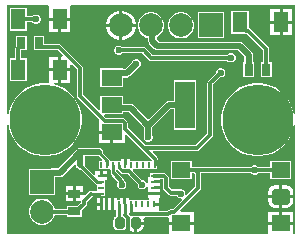
<source format=gtl>
G04*
G04 #@! TF.GenerationSoftware,Altium Limited,Altium Designer,24.2.2 (26)*
G04*
G04 Layer_Physical_Order=1*
G04 Layer_Color=255*
%FSLAX44Y44*%
%MOMM*%
G71*
G04*
G04 #@! TF.SameCoordinates,5AD87415-A6A8-440C-A617-3F2BA8D8D6EF*
G04*
G04*
G04 #@! TF.FilePolarity,Positive*
G04*
G01*
G75*
%ADD10C,0.2500*%
%ADD31R,1.7000X4.0000*%
%ADD32R,1.7000X1.4000*%
%ADD33R,0.4750X0.2500*%
%ADD34R,0.2500X0.4750*%
%ADD35R,1.6000X1.4000*%
G04:AMPARAMS|DCode=36|XSize=1.6mm|YSize=1.4mm|CornerRadius=0.35mm|HoleSize=0mm|Usage=FLASHONLY|Rotation=0.000|XOffset=0mm|YOffset=0mm|HoleType=Round|Shape=RoundedRectangle|*
%AMROUNDEDRECTD36*
21,1,1.6000,0.7000,0,0,0.0*
21,1,0.9000,1.4000,0,0,0.0*
1,1,0.7000,0.4500,-0.3500*
1,1,0.7000,-0.4500,-0.3500*
1,1,0.7000,-0.4500,0.3500*
1,1,0.7000,0.4500,0.3500*
%
%ADD36ROUNDEDRECTD36*%
%ADD37R,0.7000X1.0000*%
%ADD38R,1.0000X0.7000*%
%ADD39R,1.3000X1.7000*%
G04:AMPARAMS|DCode=40|XSize=0.95mm|YSize=0.85mm|CornerRadius=0.2125mm|HoleSize=0mm|Usage=FLASHONLY|Rotation=90.000|XOffset=0mm|YOffset=0mm|HoleType=Round|Shape=RoundedRectangle|*
%AMROUNDEDRECTD40*
21,1,0.9500,0.4250,0,0,90.0*
21,1,0.5250,0.8500,0,0,90.0*
1,1,0.4250,0.2125,0.2625*
1,1,0.4250,0.2125,-0.2625*
1,1,0.4250,-0.2125,-0.2625*
1,1,0.4250,-0.2125,0.2625*
%
%ADD40ROUNDEDRECTD40*%
%ADD41C,0.3000*%
%ADD42C,0.5000*%
%ADD43C,2.0000*%
%ADD44R,2.0000X2.0000*%
%ADD45R,2.0000X2.0000*%
%ADD46C,6.0000*%
%ADD47C,0.6000*%
G36*
X501941Y359615D02*
X500671Y359515D01*
X500237Y362259D01*
X498729Y366900D01*
X496514Y371247D01*
X493646Y375195D01*
X490195Y378646D01*
X486247Y381514D01*
X481900Y383729D01*
X477259Y385237D01*
X472440Y386000D01*
X467560D01*
X462741Y385237D01*
X458100Y383729D01*
X453753Y381514D01*
X449805Y378646D01*
X446354Y375195D01*
X443486Y371247D01*
X441271Y366900D01*
X439763Y362259D01*
X439000Y357440D01*
Y352560D01*
X439763Y347741D01*
X441271Y343100D01*
X443486Y338753D01*
X446354Y334805D01*
X449805Y331354D01*
X453753Y328486D01*
X458100Y326271D01*
X462741Y324763D01*
X467560Y324000D01*
X472440D01*
X477259Y324763D01*
X481900Y326271D01*
X486247Y328486D01*
X490195Y331354D01*
X493646Y334805D01*
X496514Y338753D01*
X498729Y343100D01*
X500237Y347741D01*
X500671Y350485D01*
X501941Y350385D01*
Y258059D01*
X500040D01*
Y266255D01*
X478960D01*
Y258059D01*
X416040D01*
Y266255D01*
X394960D01*
Y258059D01*
X258059D01*
Y350385D01*
X259329Y350485D01*
X259763Y347741D01*
X261271Y343100D01*
X263486Y338753D01*
X266355Y334805D01*
X269805Y331354D01*
X273752Y328486D01*
X278100Y326271D01*
X282741Y324763D01*
X287560Y324000D01*
X292440D01*
X297259Y324763D01*
X301900Y326271D01*
X306248Y328486D01*
X310195Y331354D01*
X313645Y334805D01*
X316514Y338753D01*
X318729Y343100D01*
X320237Y347741D01*
X321000Y352560D01*
Y357440D01*
X320237Y362259D01*
X318729Y366900D01*
X316514Y371247D01*
X313645Y375195D01*
X310195Y378646D01*
X306248Y381514D01*
X301900Y383729D01*
X297259Y385237D01*
X297509Y386460D01*
X301230D01*
Y396230D01*
X293460D01*
Y387124D01*
X292477Y386041D01*
X292381Y386000D01*
X287560D01*
X282741Y385237D01*
X278100Y383729D01*
X273752Y381514D01*
X269805Y378646D01*
X266355Y375195D01*
X263486Y371247D01*
X261271Y366900D01*
X259763Y362259D01*
X259329Y359515D01*
X258059Y359615D01*
Y451941D01*
X292570D01*
X293460Y451040D01*
X293460Y450671D01*
Y441270D01*
X302500D01*
X311540D01*
Y450671D01*
X311540Y451040D01*
X312430Y451941D01*
X501941D01*
Y359615D01*
D02*
G37*
%LPC*%
G36*
X499040Y448540D02*
X491270D01*
Y438770D01*
X499040D01*
Y448540D01*
D02*
G37*
G36*
X488730D02*
X480960D01*
Y438770D01*
X488730D01*
Y448540D01*
D02*
G37*
G36*
X355851Y447366D02*
X355470D01*
Y436096D01*
X366740D01*
Y436477D01*
X365885Y439666D01*
X364235Y442526D01*
X361900Y444860D01*
X359040Y446511D01*
X355851Y447366D01*
D02*
G37*
G36*
X352930D02*
X352549D01*
X349360Y446511D01*
X346500Y444860D01*
X344165Y442526D01*
X342515Y439666D01*
X341660Y436477D01*
Y436096D01*
X352930D01*
Y447366D01*
D02*
G37*
G36*
X275000Y449500D02*
X260000D01*
Y430500D01*
X275000D01*
Y437451D01*
X279392D01*
X280234Y436609D01*
X281704Y436000D01*
X283296D01*
X284766Y436609D01*
X285891Y437734D01*
X286500Y439204D01*
Y440796D01*
X285891Y442266D01*
X284766Y443391D01*
X283296Y444000D01*
X281704D01*
X280234Y443391D01*
X279392Y442549D01*
X275000D01*
Y449500D01*
D02*
G37*
G36*
X311540Y438730D02*
X303770D01*
Y428960D01*
X311540D01*
Y438730D01*
D02*
G37*
G36*
X301230D02*
X293460D01*
Y428960D01*
X301230D01*
Y438730D01*
D02*
G37*
G36*
X499040Y436230D02*
X491270D01*
Y426460D01*
X499040D01*
Y436230D01*
D02*
G37*
G36*
X488730D02*
X480960D01*
Y426460D01*
X488730D01*
Y436230D01*
D02*
G37*
G36*
X441400Y445826D02*
X419400D01*
Y423826D01*
X441400D01*
Y445826D01*
D02*
G37*
G36*
X406448D02*
X403552D01*
X400754Y445076D01*
X398246Y443628D01*
X396198Y441580D01*
X394750Y439072D01*
X394000Y436274D01*
Y433378D01*
X394750Y430580D01*
X396198Y428072D01*
X398246Y426024D01*
X400754Y424576D01*
X403552Y423826D01*
X406448D01*
X409246Y424576D01*
X411754Y426024D01*
X413802Y428072D01*
X415250Y430580D01*
X416000Y433378D01*
Y436274D01*
X415250Y439072D01*
X413802Y441580D01*
X411754Y443628D01*
X409246Y445076D01*
X406448Y445826D01*
D02*
G37*
G36*
X366740Y433556D02*
X355470D01*
Y422286D01*
X355851D01*
X359040Y423141D01*
X361900Y424791D01*
X364235Y427126D01*
X365885Y429986D01*
X366740Y433175D01*
Y433556D01*
D02*
G37*
G36*
X352930D02*
X341660D01*
Y433175D01*
X342515Y429986D01*
X344165Y427126D01*
X346500Y424791D01*
X349360Y423141D01*
X352549Y422286D01*
X352930D01*
Y433556D01*
D02*
G37*
G36*
X353296Y417839D02*
X351704D01*
X350234Y417230D01*
X349109Y416105D01*
X348500Y414635D01*
Y413043D01*
X349109Y411573D01*
X350234Y410448D01*
X351704Y409839D01*
X353296D01*
X354766Y410448D01*
X355608Y411290D01*
X372605D01*
X378198Y405698D01*
X379025Y405145D01*
X380000Y404951D01*
X444392D01*
X445234Y404109D01*
X446704Y403500D01*
X448296D01*
X449766Y404109D01*
X450891Y405234D01*
X451500Y406704D01*
Y408296D01*
X450891Y409766D01*
X449766Y410891D01*
X448296Y411500D01*
X446704D01*
X445234Y410891D01*
X444392Y410049D01*
X381056D01*
X375463Y415641D01*
X374637Y416194D01*
X373661Y416388D01*
X355608D01*
X354766Y417230D01*
X353296Y417839D01*
D02*
G37*
G36*
X301230Y408540D02*
X293460D01*
Y398770D01*
X301230D01*
Y408540D01*
D02*
G37*
G36*
X368296Y406500D02*
X366704D01*
X365234Y405891D01*
X364109Y404766D01*
X363678Y403724D01*
X357775Y397822D01*
X356000D01*
Y398500D01*
X337000D01*
Y382500D01*
X356000D01*
Y390685D01*
X359253D01*
X360619Y390956D01*
X361777Y391730D01*
X368724Y398678D01*
X369766Y399109D01*
X370891Y400234D01*
X371500Y401704D01*
Y403296D01*
X370891Y404766D01*
X369766Y405891D01*
X368296Y406500D01*
D02*
G37*
G36*
X462500Y447000D02*
X447500D01*
Y428000D01*
X459754D01*
X460000Y427951D01*
X460944D01*
X474951Y413944D01*
Y403500D01*
X473000D01*
Y391500D01*
X482000D01*
Y403500D01*
X480049D01*
Y415000D01*
X479855Y415975D01*
X479302Y416802D01*
X463802Y432302D01*
X462976Y432855D01*
X462500Y432949D01*
Y447000D01*
D02*
G37*
G36*
X381048Y445826D02*
X378152D01*
X375354Y445076D01*
X372846Y443628D01*
X370798Y441580D01*
X369350Y439072D01*
X368600Y436274D01*
Y433378D01*
X369350Y430580D01*
X370798Y428072D01*
X372846Y426024D01*
X375354Y424576D01*
X377443Y424016D01*
Y421489D01*
X377714Y420123D01*
X378488Y418965D01*
X382477Y414977D01*
X383634Y414203D01*
X385000Y413931D01*
X453522D01*
X458931Y408522D01*
Y403500D01*
X458000D01*
Y391500D01*
X467000D01*
Y403500D01*
X466069D01*
Y410000D01*
X465797Y411366D01*
X465023Y412523D01*
X457523Y420023D01*
X456366Y420797D01*
X455000Y421069D01*
X386478D01*
X384580Y422967D01*
Y424999D01*
X386354Y426024D01*
X388402Y428072D01*
X389850Y430580D01*
X390600Y433378D01*
Y436274D01*
X389850Y439072D01*
X388402Y441580D01*
X386354Y443628D01*
X383846Y445076D01*
X381048Y445826D01*
D02*
G37*
G36*
X274500Y426000D02*
X265500D01*
Y417507D01*
X265145Y416976D01*
X264951Y416000D01*
Y407000D01*
X260000D01*
Y388000D01*
X275000D01*
Y407000D01*
X270049D01*
Y414000D01*
X274500D01*
Y426000D01*
D02*
G37*
G36*
X311540Y396230D02*
X303770D01*
Y386460D01*
X311540D01*
Y396230D01*
D02*
G37*
G36*
X345230Y343230D02*
X335460D01*
Y334960D01*
X345230D01*
Y343230D01*
D02*
G37*
G36*
X289500Y426000D02*
X280500D01*
Y414000D01*
X286754D01*
X287000Y413951D01*
X300980D01*
X305217Y409713D01*
X304731Y408540D01*
X303770D01*
Y398770D01*
X311540D01*
Y401731D01*
X312713Y402217D01*
X316951Y397980D01*
Y375465D01*
X317145Y374489D01*
X317698Y373662D01*
X336146Y355213D01*
X335660Y354040D01*
X335460D01*
Y345770D01*
X346500D01*
Y344500D01*
X347770D01*
Y334960D01*
X357540D01*
Y342180D01*
X358713Y342666D01*
X372032Y329348D01*
X380288Y321091D01*
X379717Y319895D01*
X379296Y319895D01*
X375610Y319895D01*
X374340Y319895D01*
X370610Y319895D01*
X369340Y319895D01*
X365610Y319895D01*
X364340Y319895D01*
X361650D01*
Y321435D01*
X359130D01*
Y316520D01*
X356590D01*
Y321435D01*
X354070D01*
Y320793D01*
X353172Y319895D01*
X350610Y319895D01*
X349340Y319895D01*
X346311D01*
X345528Y320030D01*
X344992Y320909D01*
X344979Y320973D01*
X344482Y321717D01*
X338969Y327229D01*
X339023Y327500D01*
X338752Y328866D01*
X337978Y330023D01*
X336820Y330797D01*
X335455Y331069D01*
X321837D01*
X320796Y331500D01*
X319204D01*
X317734Y330891D01*
X316609Y329766D01*
X316178Y328724D01*
X301222Y313769D01*
X295000D01*
X294655Y313700D01*
X276500D01*
Y291700D01*
X298500D01*
Y306631D01*
X302700D01*
X304066Y306903D01*
X305223Y307677D01*
X315258Y317711D01*
X316431Y317225D01*
Y316425D01*
X316703Y315060D01*
X317477Y313902D01*
X318634Y313128D01*
X320000Y312857D01*
X320271Y312910D01*
X332303Y300878D01*
X332303Y300878D01*
X333047Y300381D01*
X333111Y300368D01*
X333990Y299832D01*
X334125Y299049D01*
X334125Y295250D01*
X333044Y294794D01*
X330067D01*
X329976Y294855D01*
X329000Y295049D01*
X328024Y294855D01*
X327198Y294302D01*
X323713Y290818D01*
X322719Y291230D01*
X316270D01*
Y286460D01*
X320444D01*
Y285049D01*
X317395Y282000D01*
X309000D01*
Y279849D01*
X298205D01*
X297750Y281546D01*
X296302Y284054D01*
X294254Y286102D01*
X291746Y287550D01*
X288948Y288300D01*
X286052D01*
X283254Y287550D01*
X280746Y286102D01*
X278698Y284054D01*
X277250Y281546D01*
X276500Y278748D01*
Y275852D01*
X277250Y273054D01*
X278698Y270546D01*
X280746Y268498D01*
X283254Y267050D01*
X286052Y266300D01*
X288948D01*
X291746Y267050D01*
X294254Y268498D01*
X296302Y270546D01*
X297750Y273054D01*
X298205Y274751D01*
X309000D01*
Y273000D01*
X321000D01*
Y278395D01*
X324795Y282190D01*
X325348Y283017D01*
X325542Y283993D01*
Y285437D01*
X330311Y290206D01*
X336625D01*
X336846Y290250D01*
X340875D01*
Y293980D01*
X340875Y294750D01*
X340875Y296020D01*
X340875Y299750D01*
X340875Y301020D01*
Y303710D01*
X342415D01*
Y306230D01*
X337500D01*
Y307500D01*
X336230D01*
Y311290D01*
X332585D01*
Y308744D01*
X331412Y308258D01*
X323515Y316155D01*
X323569Y316425D01*
Y323931D01*
X335455D01*
X335725Y323985D01*
X338642Y321068D01*
X338156Y319895D01*
X335610D01*
Y313145D01*
X340110D01*
Y313145D01*
X340610D01*
Y313145D01*
X345110Y313145D01*
X345566Y312064D01*
Y309765D01*
X345741Y308887D01*
X346238Y308143D01*
X346525Y307855D01*
X346546Y307748D01*
X347099Y306921D01*
X351682Y302338D01*
X351609Y302266D01*
X351000Y300796D01*
Y299204D01*
X351609Y297734D01*
X352734Y296609D01*
X354204Y296000D01*
X355796D01*
X357266Y296609D01*
X358391Y297734D01*
X359000Y299204D01*
Y300796D01*
X358391Y302266D01*
X357429Y303228D01*
X357355Y303600D01*
X356802Y304427D01*
X350704Y310526D01*
X350160Y310889D01*
X350174Y312085D01*
X350683Y312397D01*
X351424Y312551D01*
X353494Y310481D01*
X353515Y310374D01*
X354068Y309547D01*
X354895Y308995D01*
X355870Y308800D01*
X360109D01*
X368499Y300410D01*
Y299204D01*
X369108Y297734D01*
X370233Y296608D01*
X371704Y295999D01*
X373295D01*
X374765Y296608D01*
X375890Y297734D01*
X376315Y298759D01*
X377585Y298710D01*
Y293770D01*
X387415D01*
Y296230D01*
X382500D01*
Y298770D01*
X387415D01*
Y301230D01*
X382500D01*
Y303770D01*
X387415D01*
Y304951D01*
X389687D01*
X389951Y304687D01*
Y297500D01*
X390145Y296525D01*
X390698Y295698D01*
X394776Y291620D01*
X395602Y291067D01*
X396578Y290873D01*
X401344D01*
X401609Y290234D01*
X402734Y289109D01*
X404204Y288500D01*
X405599D01*
X405989Y287967D01*
X406222Y287327D01*
X398469Y279574D01*
X396465D01*
X395489Y279380D01*
X394662Y278827D01*
X393384Y277549D01*
X386903D01*
X386290Y278565D01*
X386290Y278819D01*
Y282210D01*
X382500D01*
Y284750D01*
X386290D01*
X386290Y288360D01*
X387415Y288710D01*
Y288745D01*
X387415Y288745D01*
Y291230D01*
X377585D01*
Y288745D01*
X377585Y288745D01*
Y288710D01*
X377803Y288642D01*
X378158Y287201D01*
X377812Y286855D01*
X375250Y286855D01*
X373980Y286855D01*
X370250Y286855D01*
X368980Y286855D01*
X365250Y286855D01*
X363980Y286855D01*
X361290D01*
Y288395D01*
X358770D01*
Y283480D01*
X356230D01*
Y288395D01*
X353710D01*
Y286855D01*
X351290D01*
Y288395D01*
X348770D01*
Y283480D01*
Y278565D01*
X350206D01*
Y273128D01*
X349906Y273069D01*
X348872Y272378D01*
X348181Y271344D01*
X347939Y270125D01*
Y264875D01*
X348181Y263656D01*
X348872Y262622D01*
X349906Y261931D01*
X351125Y261689D01*
X355375D01*
X356438Y261900D01*
X356594Y261931D01*
X357460Y262500D01*
Y262500D01*
X357460Y262500D01*
X360601D01*
X361262Y261512D01*
X362805Y260481D01*
X364625Y260119D01*
X365480D01*
Y267500D01*
X366750D01*
Y268770D01*
X373631D01*
Y270125D01*
X373421Y271181D01*
X374342Y272451D01*
X394440D01*
X394960Y272024D01*
Y268795D01*
X416040D01*
Y277065D01*
X404829D01*
X404343Y278238D01*
X421802Y295698D01*
X422355Y296525D01*
X422549Y297500D01*
Y309951D01*
X464392D01*
X465234Y309109D01*
X466704Y308500D01*
X468296D01*
X469766Y309109D01*
X470608Y309951D01*
X480500D01*
Y304475D01*
X498500D01*
Y320475D01*
X480500D01*
Y315049D01*
X470608D01*
X469766Y315891D01*
X468296Y316500D01*
X466704D01*
X465234Y315891D01*
X464392Y315049D01*
X417525D01*
X417399Y315024D01*
X414500D01*
Y320475D01*
X396500D01*
Y304475D01*
X414500D01*
Y309926D01*
X416469D01*
X417451Y308944D01*
Y298556D01*
X410173Y291278D01*
X409533Y291511D01*
X409000Y291901D01*
Y293296D01*
X408391Y294766D01*
X407266Y295891D01*
X405796Y296500D01*
X404204D01*
X402927Y295971D01*
X397634D01*
X395049Y298556D01*
Y305743D01*
X394855Y306718D01*
X394302Y307545D01*
X392545Y309302D01*
X391718Y309855D01*
X390743Y310049D01*
X382500D01*
X381525Y309855D01*
X381367Y309750D01*
X379125D01*
Y306290D01*
X377585D01*
Y301492D01*
X376315Y301240D01*
X375890Y302265D01*
X374765Y303390D01*
X373295Y303999D01*
X372120D01*
X364148Y311972D01*
X364634Y313145D01*
X365110D01*
X366380Y313145D01*
X370110Y313145D01*
X371380Y313145D01*
X375110Y313145D01*
X376380Y313145D01*
X380110Y313145D01*
X381380Y313145D01*
X385110D01*
Y316299D01*
X385154Y316520D01*
Y321058D01*
X385215Y321149D01*
X385409Y322124D01*
X385215Y323100D01*
X384662Y323927D01*
X381161Y327428D01*
X381647Y328601D01*
X418650D01*
X419626Y328795D01*
X420452Y329348D01*
X431802Y340698D01*
X432355Y341525D01*
X432549Y342500D01*
Y385294D01*
X438255Y391000D01*
X439446D01*
X440916Y391609D01*
X442041Y392734D01*
X442650Y394204D01*
Y395796D01*
X442041Y397266D01*
X440916Y398391D01*
X439446Y399000D01*
X437854D01*
X436384Y398391D01*
X435259Y397266D01*
X434650Y395796D01*
Y394605D01*
X428198Y388152D01*
X427645Y387326D01*
X427451Y386350D01*
Y343556D01*
X417594Y333699D01*
X374890D01*
X360049Y348540D01*
Y352536D01*
X359855Y353511D01*
X359302Y354338D01*
X357838Y355802D01*
X357011Y356355D01*
X356035Y356549D01*
X342020D01*
X340243Y358327D01*
X340729Y359500D01*
X356000D01*
Y361431D01*
X361022D01*
X373931Y348522D01*
Y341837D01*
X373500Y340796D01*
Y339204D01*
X374109Y337734D01*
X375234Y336609D01*
X376704Y336000D01*
X378296D01*
X379766Y336609D01*
X380891Y337734D01*
X381500Y339204D01*
Y340796D01*
X381069Y341837D01*
Y348522D01*
X396478Y363931D01*
X399000D01*
Y346500D01*
X418000D01*
Y388500D01*
X399000D01*
Y371069D01*
X395000D01*
X393634Y370797D01*
X392477Y370023D01*
X377500Y355047D01*
X365023Y367523D01*
X363866Y368297D01*
X362500Y368569D01*
X356000D01*
Y375500D01*
X337000D01*
Y363229D01*
X335827Y362743D01*
X322049Y376520D01*
Y399035D01*
X321855Y400011D01*
X321302Y400838D01*
X303838Y418302D01*
X303011Y418855D01*
X302036Y419049D01*
X289500D01*
Y426000D01*
D02*
G37*
G36*
X342415Y311290D02*
X338770D01*
Y308770D01*
X342415D01*
Y311290D01*
D02*
G37*
G36*
X322540Y298540D02*
X316270D01*
Y293770D01*
X322540D01*
Y298540D01*
D02*
G37*
G36*
X313730D02*
X307460D01*
Y293770D01*
X313730D01*
Y298540D01*
D02*
G37*
G36*
X494000Y299658D02*
X490770D01*
Y291270D01*
X500158D01*
Y293500D01*
X499689Y295857D01*
X498355Y297855D01*
X496357Y299189D01*
X494000Y299658D01*
D02*
G37*
G36*
X488230D02*
X485000D01*
X482643Y299189D01*
X480645Y297855D01*
X479310Y295857D01*
X478842Y293500D01*
Y291270D01*
X488230D01*
Y299658D01*
D02*
G37*
G36*
X313730Y291230D02*
X307460D01*
Y286460D01*
X313730D01*
Y291230D01*
D02*
G37*
G36*
X336230Y288395D02*
X333710D01*
Y284750D01*
X336230D01*
Y288395D01*
D02*
G37*
G36*
X500158Y288730D02*
X490770D01*
Y280342D01*
X494000D01*
X496357Y280811D01*
X498355Y282145D01*
X499689Y284143D01*
X500158Y286500D01*
Y288730D01*
D02*
G37*
G36*
X488230D02*
X478842D01*
Y286500D01*
X479310Y284143D01*
X480645Y282145D01*
X482643Y280811D01*
X485000Y280342D01*
X488230D01*
Y288730D01*
D02*
G37*
G36*
X346230Y288395D02*
X343770D01*
Y283480D01*
Y278565D01*
X346230D01*
Y283480D01*
Y288395D01*
D02*
G37*
G36*
X341230D02*
X338770D01*
Y283480D01*
Y278565D01*
X341230D01*
Y283480D01*
Y288395D01*
D02*
G37*
G36*
X336230Y282210D02*
X333710D01*
Y278565D01*
X336230D01*
Y282210D01*
D02*
G37*
G36*
X500040Y277065D02*
X490770D01*
Y268795D01*
X500040D01*
Y277065D01*
D02*
G37*
G36*
X488230D02*
X478960D01*
Y268795D01*
X488230D01*
Y277065D01*
D02*
G37*
G36*
X373631Y266230D02*
X368020D01*
Y260119D01*
X368875D01*
X370695Y260481D01*
X372238Y261512D01*
X373269Y263055D01*
X373631Y264875D01*
Y266230D01*
D02*
G37*
%LPD*%
D10*
X362500Y275198D02*
X362599Y275099D01*
X362500Y275198D02*
Y283480D01*
X352500Y268250D02*
Y283480D01*
X342860Y316520D02*
Y320095D01*
X335455Y327500D02*
X342860Y320095D01*
X382860Y316520D02*
Y322124D01*
X320000Y316425D02*
X333925Y302500D01*
X347860Y309765D02*
Y316520D01*
X352860Y314359D02*
X355870Y311349D01*
X352860Y314359D02*
Y316520D01*
X357500Y274541D02*
Y283480D01*
X329000Y292500D02*
X336625D01*
X333925Y302500D02*
X337500D01*
X347860Y309765D02*
X348901Y308724D01*
D31*
X408500Y367500D02*
D03*
D32*
X346500Y344500D02*
D03*
Y367500D02*
D03*
Y390500D02*
D03*
D33*
X337500Y307500D02*
D03*
Y297500D02*
D03*
X382500Y307500D02*
D03*
X337500Y302500D02*
D03*
X382500D02*
D03*
Y297500D02*
D03*
X337500Y292500D02*
D03*
X382500D02*
D03*
D34*
X337500Y283480D02*
D03*
X342500D02*
D03*
X347500D02*
D03*
X352500D02*
D03*
X357500D02*
D03*
X362500D02*
D03*
X367500D02*
D03*
X372500D02*
D03*
X377500D02*
D03*
X382500D02*
D03*
X337860Y316520D02*
D03*
X382860D02*
D03*
X342860D02*
D03*
X347860D02*
D03*
X352860D02*
D03*
X357860D02*
D03*
X362860D02*
D03*
X367860D02*
D03*
X372860D02*
D03*
X377860D02*
D03*
D35*
X405500Y312475D02*
D03*
Y267525D02*
D03*
X489500Y312475D02*
D03*
Y267525D02*
D03*
D36*
Y290000D02*
D03*
D37*
X270000Y420000D02*
D03*
X285000D02*
D03*
X477500Y397500D02*
D03*
X462500D02*
D03*
D38*
X315000Y292500D02*
D03*
Y277500D02*
D03*
D39*
X302500Y397500D02*
D03*
X267500D02*
D03*
X302500Y440000D02*
D03*
X267500D02*
D03*
X490000Y437500D02*
D03*
X455000D02*
D03*
D40*
X366750Y267500D02*
D03*
X353250D02*
D03*
D41*
X420000Y297500D02*
Y310000D01*
X399525Y277025D02*
X420000Y297500D01*
X396465Y277025D02*
X399525D01*
X362697Y275000D02*
X394440D01*
X396465Y277025D01*
X362599Y275099D02*
X362697Y275000D01*
X357500Y274541D02*
X360000Y272041D01*
Y260000D02*
Y272041D01*
X373661Y413839D02*
X380000Y407500D01*
X352500Y413839D02*
X373661D01*
X380000Y407500D02*
X447500D01*
X319500Y375465D02*
X340965Y354000D01*
X356035D01*
X357500Y352536D01*
Y347484D02*
Y352536D01*
Y347484D02*
X373834Y331150D01*
X382500Y307500D02*
X390743D01*
X392500Y297500D02*
Y305743D01*
X390743Y307500D02*
X392500Y305743D01*
X404078Y293422D02*
X405000Y292500D01*
X396578Y293422D02*
X404078D01*
X392500Y297500D02*
X396578Y293422D01*
X407525Y312475D02*
X417525D01*
X467500Y312500D02*
X489475D01*
X489500Y312475D01*
X417525Y312500D02*
X467500D01*
X455000Y435500D02*
Y437500D01*
Y435500D02*
X460000Y430500D01*
X462000D01*
X477500Y415000D01*
Y397500D02*
Y415000D01*
X348901Y308724D02*
X355000Y302625D01*
X352500Y268250D02*
X353250Y267500D01*
X430000Y342500D02*
Y386350D01*
X438650Y395000D01*
X418650Y331150D02*
X430000Y342500D01*
X373834Y331150D02*
X418650D01*
X355000Y300000D02*
Y302625D01*
X322993Y283993D02*
Y286493D01*
X329000Y292500D01*
X355870Y311349D02*
X361165D01*
X372499Y300015D01*
Y299999D02*
Y300015D01*
X373834Y331150D02*
X382860Y322124D01*
X417525Y312475D02*
X420000Y310000D01*
X316500Y277500D02*
X322993Y283993D01*
X315000Y277500D02*
X316500D01*
X314800Y277300D02*
X315000Y277500D01*
X287500Y277300D02*
X314800D01*
X270000Y418500D02*
Y420000D01*
X267500Y416000D02*
X270000Y418500D01*
X267500Y397500D02*
Y416000D01*
X287000Y416500D02*
X302036D01*
X285000Y418500D02*
X287000Y416500D01*
X285000Y418500D02*
Y420000D01*
X319500Y375465D02*
Y399035D01*
X302036Y416500D02*
X319500Y399035D01*
X417525Y312475D02*
X417525D01*
X267500Y440000D02*
X282500D01*
X267500Y440000D02*
X267500Y440000D01*
D42*
X381011Y421489D02*
Y433415D01*
X385000Y417500D02*
X455000D01*
X379600Y434826D02*
X381011Y433415D01*
Y421489D02*
X385000Y417500D01*
X359253Y394253D02*
X367500Y402500D01*
X350253Y394253D02*
X359253D01*
X346500Y390500D02*
X350253Y394253D01*
X455000Y417500D02*
X462500Y410000D01*
Y397500D02*
Y410000D01*
X395000Y367500D02*
X408500D01*
X349000Y365000D02*
X362500D01*
X346500Y367500D02*
X349000Y365000D01*
X362500D02*
X377500Y350000D01*
X395000Y367500D01*
X320000Y316425D02*
Y327500D01*
X335455D01*
X295000Y310200D02*
X302700D01*
X287500Y302700D02*
X295000Y310200D01*
X302700D02*
X320000Y327500D01*
X377500Y340000D02*
Y350000D01*
D43*
X379600Y434826D02*
D03*
X405000D02*
D03*
X354200D02*
D03*
X287500Y277300D02*
D03*
D44*
X430400Y434826D02*
D03*
D45*
X287500Y302700D02*
D03*
D46*
X470000Y355000D02*
D03*
X290000D02*
D03*
D47*
X367500Y402500D02*
D03*
X447500Y407500D02*
D03*
X352500Y413839D02*
D03*
X372499Y299999D02*
D03*
X355000Y300000D02*
D03*
X405000Y292500D02*
D03*
X282500Y440000D02*
D03*
X438650Y395000D02*
D03*
X320000Y327500D02*
D03*
X467500Y312500D02*
D03*
X377500Y340000D02*
D03*
M02*

</source>
